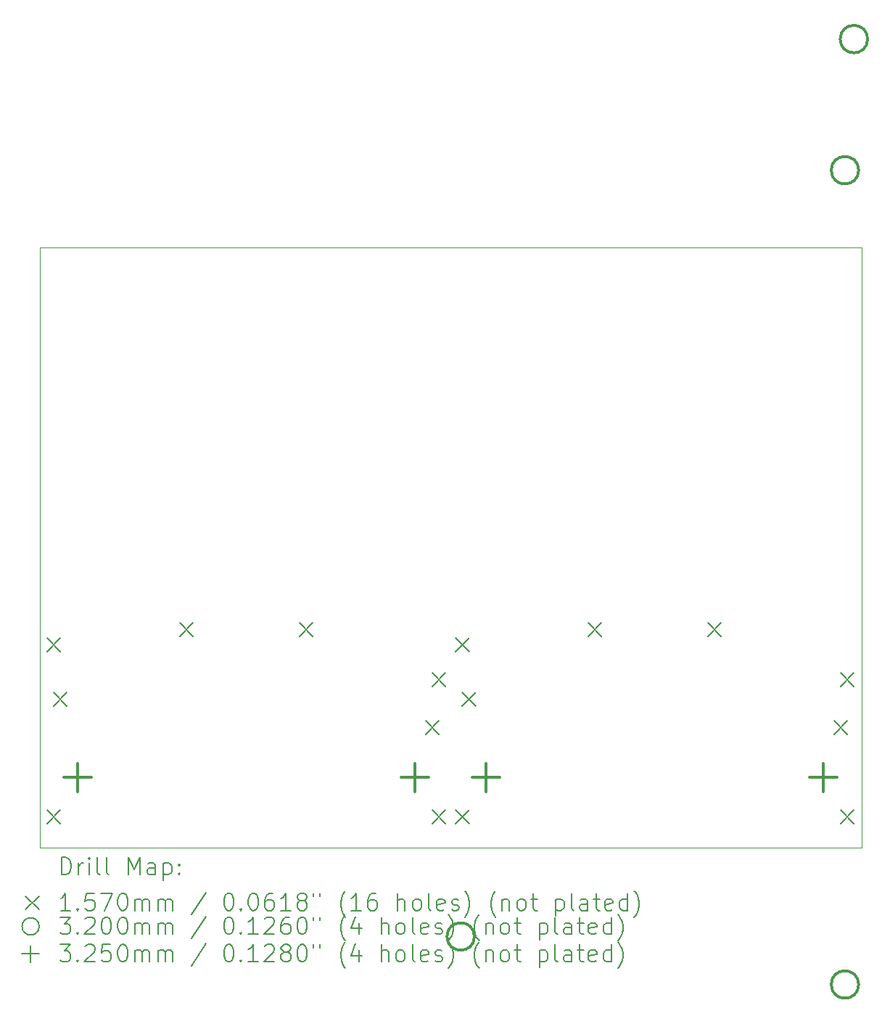
<source format=gbr>
%TF.GenerationSoftware,KiCad,Pcbnew,9.0.0*%
%TF.CreationDate,2025-03-16T14:09:19-07:00*%
%TF.ProjectId,elan_interface,656c616e-5f69-46e7-9465-72666163652e,rev?*%
%TF.SameCoordinates,Original*%
%TF.FileFunction,Drillmap*%
%TF.FilePolarity,Positive*%
%FSLAX45Y45*%
G04 Gerber Fmt 4.5, Leading zero omitted, Abs format (unit mm)*
G04 Created by KiCad (PCBNEW 9.0.0) date 2025-03-16 14:09:19*
%MOMM*%
%LPD*%
G01*
G04 APERTURE LIST*
%ADD10C,0.100000*%
%ADD11C,0.200000*%
%ADD12C,0.157000*%
%ADD13C,0.320000*%
%ADD14C,0.325000*%
G04 APERTURE END LIST*
D10*
X10600000Y-4500000D02*
X20200000Y-4500000D01*
X20200000Y-11500000D01*
X10600000Y-11500000D01*
X10600000Y-4500000D01*
D11*
D12*
X10686000Y-9057500D02*
X10843000Y-9214500D01*
X10843000Y-9057500D02*
X10686000Y-9214500D01*
X10686000Y-11063500D02*
X10843000Y-11220500D01*
X10843000Y-11063500D02*
X10686000Y-11220500D01*
X10762000Y-9692500D02*
X10919000Y-9849500D01*
X10919000Y-9692500D02*
X10762000Y-9849500D01*
X12235000Y-8879500D02*
X12392000Y-9036500D01*
X12392000Y-8879500D02*
X12235000Y-9036500D01*
X13632000Y-8879500D02*
X13789000Y-9036500D01*
X13789000Y-8879500D02*
X13632000Y-9036500D01*
X15105000Y-10022500D02*
X15262000Y-10179500D01*
X15262000Y-10022500D02*
X15105000Y-10179500D01*
X15181000Y-9463500D02*
X15338000Y-9620500D01*
X15338000Y-9463500D02*
X15181000Y-9620500D01*
X15181000Y-11063500D02*
X15338000Y-11220500D01*
X15338000Y-11063500D02*
X15181000Y-11220500D01*
X15454500Y-9057500D02*
X15611500Y-9214500D01*
X15611500Y-9057500D02*
X15454500Y-9214500D01*
X15454500Y-11063500D02*
X15611500Y-11220500D01*
X15611500Y-11063500D02*
X15454500Y-11220500D01*
X15530500Y-9692500D02*
X15687500Y-9849500D01*
X15687500Y-9692500D02*
X15530500Y-9849500D01*
X17003500Y-8879500D02*
X17160500Y-9036500D01*
X17160500Y-8879500D02*
X17003500Y-9036500D01*
X18400500Y-8879500D02*
X18557500Y-9036500D01*
X18557500Y-8879500D02*
X18400500Y-9036500D01*
X19873500Y-10022500D02*
X20030500Y-10179500D01*
X20030500Y-10022500D02*
X19873500Y-10179500D01*
X19949500Y-9463500D02*
X20106500Y-9620500D01*
X20106500Y-9463500D02*
X19949500Y-9620500D01*
X19949500Y-11063500D02*
X20106500Y-11220500D01*
X20106500Y-11063500D02*
X19949500Y-11220500D01*
D13*
X15675000Y-12540000D02*
G75*
G02*
X15355000Y-12540000I-160000J0D01*
G01*
X15355000Y-12540000D02*
G75*
G02*
X15675000Y-12540000I160000J0D01*
G01*
X20160000Y-3600000D02*
G75*
G02*
X19840000Y-3600000I-160000J0D01*
G01*
X19840000Y-3600000D02*
G75*
G02*
X20160000Y-3600000I160000J0D01*
G01*
X20160000Y-13100000D02*
G75*
G02*
X19840000Y-13100000I-160000J0D01*
G01*
X19840000Y-13100000D02*
G75*
G02*
X20160000Y-13100000I160000J0D01*
G01*
X20265000Y-2070000D02*
G75*
G02*
X19945000Y-2070000I-160000J0D01*
G01*
X19945000Y-2070000D02*
G75*
G02*
X20265000Y-2070000I160000J0D01*
G01*
D14*
X11043500Y-10522500D02*
X11043500Y-10847500D01*
X10881000Y-10685000D02*
X11206000Y-10685000D01*
X14980500Y-10522500D02*
X14980500Y-10847500D01*
X14818000Y-10685000D02*
X15143000Y-10685000D01*
X15812000Y-10522500D02*
X15812000Y-10847500D01*
X15649500Y-10685000D02*
X15974500Y-10685000D01*
X19749000Y-10522500D02*
X19749000Y-10847500D01*
X19586500Y-10685000D02*
X19911500Y-10685000D01*
D11*
X10855777Y-11816484D02*
X10855777Y-11616484D01*
X10855777Y-11616484D02*
X10903396Y-11616484D01*
X10903396Y-11616484D02*
X10931967Y-11626008D01*
X10931967Y-11626008D02*
X10951015Y-11645055D01*
X10951015Y-11645055D02*
X10960539Y-11664103D01*
X10960539Y-11664103D02*
X10970063Y-11702198D01*
X10970063Y-11702198D02*
X10970063Y-11730769D01*
X10970063Y-11730769D02*
X10960539Y-11768865D01*
X10960539Y-11768865D02*
X10951015Y-11787912D01*
X10951015Y-11787912D02*
X10931967Y-11806960D01*
X10931967Y-11806960D02*
X10903396Y-11816484D01*
X10903396Y-11816484D02*
X10855777Y-11816484D01*
X11055777Y-11816484D02*
X11055777Y-11683150D01*
X11055777Y-11721246D02*
X11065301Y-11702198D01*
X11065301Y-11702198D02*
X11074824Y-11692674D01*
X11074824Y-11692674D02*
X11093872Y-11683150D01*
X11093872Y-11683150D02*
X11112920Y-11683150D01*
X11179586Y-11816484D02*
X11179586Y-11683150D01*
X11179586Y-11616484D02*
X11170063Y-11626008D01*
X11170063Y-11626008D02*
X11179586Y-11635531D01*
X11179586Y-11635531D02*
X11189110Y-11626008D01*
X11189110Y-11626008D02*
X11179586Y-11616484D01*
X11179586Y-11616484D02*
X11179586Y-11635531D01*
X11303396Y-11816484D02*
X11284348Y-11806960D01*
X11284348Y-11806960D02*
X11274824Y-11787912D01*
X11274824Y-11787912D02*
X11274824Y-11616484D01*
X11408158Y-11816484D02*
X11389110Y-11806960D01*
X11389110Y-11806960D02*
X11379586Y-11787912D01*
X11379586Y-11787912D02*
X11379586Y-11616484D01*
X11636729Y-11816484D02*
X11636729Y-11616484D01*
X11636729Y-11616484D02*
X11703396Y-11759341D01*
X11703396Y-11759341D02*
X11770062Y-11616484D01*
X11770062Y-11616484D02*
X11770062Y-11816484D01*
X11951015Y-11816484D02*
X11951015Y-11711722D01*
X11951015Y-11711722D02*
X11941491Y-11692674D01*
X11941491Y-11692674D02*
X11922443Y-11683150D01*
X11922443Y-11683150D02*
X11884348Y-11683150D01*
X11884348Y-11683150D02*
X11865301Y-11692674D01*
X11951015Y-11806960D02*
X11931967Y-11816484D01*
X11931967Y-11816484D02*
X11884348Y-11816484D01*
X11884348Y-11816484D02*
X11865301Y-11806960D01*
X11865301Y-11806960D02*
X11855777Y-11787912D01*
X11855777Y-11787912D02*
X11855777Y-11768865D01*
X11855777Y-11768865D02*
X11865301Y-11749817D01*
X11865301Y-11749817D02*
X11884348Y-11740293D01*
X11884348Y-11740293D02*
X11931967Y-11740293D01*
X11931967Y-11740293D02*
X11951015Y-11730769D01*
X12046253Y-11683150D02*
X12046253Y-11883150D01*
X12046253Y-11692674D02*
X12065301Y-11683150D01*
X12065301Y-11683150D02*
X12103396Y-11683150D01*
X12103396Y-11683150D02*
X12122443Y-11692674D01*
X12122443Y-11692674D02*
X12131967Y-11702198D01*
X12131967Y-11702198D02*
X12141491Y-11721246D01*
X12141491Y-11721246D02*
X12141491Y-11778388D01*
X12141491Y-11778388D02*
X12131967Y-11797436D01*
X12131967Y-11797436D02*
X12122443Y-11806960D01*
X12122443Y-11806960D02*
X12103396Y-11816484D01*
X12103396Y-11816484D02*
X12065301Y-11816484D01*
X12065301Y-11816484D02*
X12046253Y-11806960D01*
X12227205Y-11797436D02*
X12236729Y-11806960D01*
X12236729Y-11806960D02*
X12227205Y-11816484D01*
X12227205Y-11816484D02*
X12217682Y-11806960D01*
X12217682Y-11806960D02*
X12227205Y-11797436D01*
X12227205Y-11797436D02*
X12227205Y-11816484D01*
X12227205Y-11692674D02*
X12236729Y-11702198D01*
X12236729Y-11702198D02*
X12227205Y-11711722D01*
X12227205Y-11711722D02*
X12217682Y-11702198D01*
X12217682Y-11702198D02*
X12227205Y-11692674D01*
X12227205Y-11692674D02*
X12227205Y-11711722D01*
D12*
X10438000Y-12066500D02*
X10595000Y-12223500D01*
X10595000Y-12066500D02*
X10438000Y-12223500D01*
D11*
X10960539Y-12236484D02*
X10846253Y-12236484D01*
X10903396Y-12236484D02*
X10903396Y-12036484D01*
X10903396Y-12036484D02*
X10884348Y-12065055D01*
X10884348Y-12065055D02*
X10865301Y-12084103D01*
X10865301Y-12084103D02*
X10846253Y-12093627D01*
X11046253Y-12217436D02*
X11055777Y-12226960D01*
X11055777Y-12226960D02*
X11046253Y-12236484D01*
X11046253Y-12236484D02*
X11036729Y-12226960D01*
X11036729Y-12226960D02*
X11046253Y-12217436D01*
X11046253Y-12217436D02*
X11046253Y-12236484D01*
X11236729Y-12036484D02*
X11141491Y-12036484D01*
X11141491Y-12036484D02*
X11131967Y-12131722D01*
X11131967Y-12131722D02*
X11141491Y-12122198D01*
X11141491Y-12122198D02*
X11160539Y-12112674D01*
X11160539Y-12112674D02*
X11208158Y-12112674D01*
X11208158Y-12112674D02*
X11227205Y-12122198D01*
X11227205Y-12122198D02*
X11236729Y-12131722D01*
X11236729Y-12131722D02*
X11246253Y-12150769D01*
X11246253Y-12150769D02*
X11246253Y-12198388D01*
X11246253Y-12198388D02*
X11236729Y-12217436D01*
X11236729Y-12217436D02*
X11227205Y-12226960D01*
X11227205Y-12226960D02*
X11208158Y-12236484D01*
X11208158Y-12236484D02*
X11160539Y-12236484D01*
X11160539Y-12236484D02*
X11141491Y-12226960D01*
X11141491Y-12226960D02*
X11131967Y-12217436D01*
X11312920Y-12036484D02*
X11446253Y-12036484D01*
X11446253Y-12036484D02*
X11360539Y-12236484D01*
X11560539Y-12036484D02*
X11579586Y-12036484D01*
X11579586Y-12036484D02*
X11598634Y-12046008D01*
X11598634Y-12046008D02*
X11608158Y-12055531D01*
X11608158Y-12055531D02*
X11617682Y-12074579D01*
X11617682Y-12074579D02*
X11627205Y-12112674D01*
X11627205Y-12112674D02*
X11627205Y-12160293D01*
X11627205Y-12160293D02*
X11617682Y-12198388D01*
X11617682Y-12198388D02*
X11608158Y-12217436D01*
X11608158Y-12217436D02*
X11598634Y-12226960D01*
X11598634Y-12226960D02*
X11579586Y-12236484D01*
X11579586Y-12236484D02*
X11560539Y-12236484D01*
X11560539Y-12236484D02*
X11541491Y-12226960D01*
X11541491Y-12226960D02*
X11531967Y-12217436D01*
X11531967Y-12217436D02*
X11522443Y-12198388D01*
X11522443Y-12198388D02*
X11512920Y-12160293D01*
X11512920Y-12160293D02*
X11512920Y-12112674D01*
X11512920Y-12112674D02*
X11522443Y-12074579D01*
X11522443Y-12074579D02*
X11531967Y-12055531D01*
X11531967Y-12055531D02*
X11541491Y-12046008D01*
X11541491Y-12046008D02*
X11560539Y-12036484D01*
X11712920Y-12236484D02*
X11712920Y-12103150D01*
X11712920Y-12122198D02*
X11722443Y-12112674D01*
X11722443Y-12112674D02*
X11741491Y-12103150D01*
X11741491Y-12103150D02*
X11770063Y-12103150D01*
X11770063Y-12103150D02*
X11789110Y-12112674D01*
X11789110Y-12112674D02*
X11798634Y-12131722D01*
X11798634Y-12131722D02*
X11798634Y-12236484D01*
X11798634Y-12131722D02*
X11808158Y-12112674D01*
X11808158Y-12112674D02*
X11827205Y-12103150D01*
X11827205Y-12103150D02*
X11855777Y-12103150D01*
X11855777Y-12103150D02*
X11874824Y-12112674D01*
X11874824Y-12112674D02*
X11884348Y-12131722D01*
X11884348Y-12131722D02*
X11884348Y-12236484D01*
X11979586Y-12236484D02*
X11979586Y-12103150D01*
X11979586Y-12122198D02*
X11989110Y-12112674D01*
X11989110Y-12112674D02*
X12008158Y-12103150D01*
X12008158Y-12103150D02*
X12036729Y-12103150D01*
X12036729Y-12103150D02*
X12055777Y-12112674D01*
X12055777Y-12112674D02*
X12065301Y-12131722D01*
X12065301Y-12131722D02*
X12065301Y-12236484D01*
X12065301Y-12131722D02*
X12074824Y-12112674D01*
X12074824Y-12112674D02*
X12093872Y-12103150D01*
X12093872Y-12103150D02*
X12122443Y-12103150D01*
X12122443Y-12103150D02*
X12141491Y-12112674D01*
X12141491Y-12112674D02*
X12151015Y-12131722D01*
X12151015Y-12131722D02*
X12151015Y-12236484D01*
X12541491Y-12026960D02*
X12370063Y-12284103D01*
X12798634Y-12036484D02*
X12817682Y-12036484D01*
X12817682Y-12036484D02*
X12836729Y-12046008D01*
X12836729Y-12046008D02*
X12846253Y-12055531D01*
X12846253Y-12055531D02*
X12855777Y-12074579D01*
X12855777Y-12074579D02*
X12865301Y-12112674D01*
X12865301Y-12112674D02*
X12865301Y-12160293D01*
X12865301Y-12160293D02*
X12855777Y-12198388D01*
X12855777Y-12198388D02*
X12846253Y-12217436D01*
X12846253Y-12217436D02*
X12836729Y-12226960D01*
X12836729Y-12226960D02*
X12817682Y-12236484D01*
X12817682Y-12236484D02*
X12798634Y-12236484D01*
X12798634Y-12236484D02*
X12779586Y-12226960D01*
X12779586Y-12226960D02*
X12770063Y-12217436D01*
X12770063Y-12217436D02*
X12760539Y-12198388D01*
X12760539Y-12198388D02*
X12751015Y-12160293D01*
X12751015Y-12160293D02*
X12751015Y-12112674D01*
X12751015Y-12112674D02*
X12760539Y-12074579D01*
X12760539Y-12074579D02*
X12770063Y-12055531D01*
X12770063Y-12055531D02*
X12779586Y-12046008D01*
X12779586Y-12046008D02*
X12798634Y-12036484D01*
X12951015Y-12217436D02*
X12960539Y-12226960D01*
X12960539Y-12226960D02*
X12951015Y-12236484D01*
X12951015Y-12236484D02*
X12941491Y-12226960D01*
X12941491Y-12226960D02*
X12951015Y-12217436D01*
X12951015Y-12217436D02*
X12951015Y-12236484D01*
X13084348Y-12036484D02*
X13103396Y-12036484D01*
X13103396Y-12036484D02*
X13122444Y-12046008D01*
X13122444Y-12046008D02*
X13131967Y-12055531D01*
X13131967Y-12055531D02*
X13141491Y-12074579D01*
X13141491Y-12074579D02*
X13151015Y-12112674D01*
X13151015Y-12112674D02*
X13151015Y-12160293D01*
X13151015Y-12160293D02*
X13141491Y-12198388D01*
X13141491Y-12198388D02*
X13131967Y-12217436D01*
X13131967Y-12217436D02*
X13122444Y-12226960D01*
X13122444Y-12226960D02*
X13103396Y-12236484D01*
X13103396Y-12236484D02*
X13084348Y-12236484D01*
X13084348Y-12236484D02*
X13065301Y-12226960D01*
X13065301Y-12226960D02*
X13055777Y-12217436D01*
X13055777Y-12217436D02*
X13046253Y-12198388D01*
X13046253Y-12198388D02*
X13036729Y-12160293D01*
X13036729Y-12160293D02*
X13036729Y-12112674D01*
X13036729Y-12112674D02*
X13046253Y-12074579D01*
X13046253Y-12074579D02*
X13055777Y-12055531D01*
X13055777Y-12055531D02*
X13065301Y-12046008D01*
X13065301Y-12046008D02*
X13084348Y-12036484D01*
X13322444Y-12036484D02*
X13284348Y-12036484D01*
X13284348Y-12036484D02*
X13265301Y-12046008D01*
X13265301Y-12046008D02*
X13255777Y-12055531D01*
X13255777Y-12055531D02*
X13236729Y-12084103D01*
X13236729Y-12084103D02*
X13227206Y-12122198D01*
X13227206Y-12122198D02*
X13227206Y-12198388D01*
X13227206Y-12198388D02*
X13236729Y-12217436D01*
X13236729Y-12217436D02*
X13246253Y-12226960D01*
X13246253Y-12226960D02*
X13265301Y-12236484D01*
X13265301Y-12236484D02*
X13303396Y-12236484D01*
X13303396Y-12236484D02*
X13322444Y-12226960D01*
X13322444Y-12226960D02*
X13331967Y-12217436D01*
X13331967Y-12217436D02*
X13341491Y-12198388D01*
X13341491Y-12198388D02*
X13341491Y-12150769D01*
X13341491Y-12150769D02*
X13331967Y-12131722D01*
X13331967Y-12131722D02*
X13322444Y-12122198D01*
X13322444Y-12122198D02*
X13303396Y-12112674D01*
X13303396Y-12112674D02*
X13265301Y-12112674D01*
X13265301Y-12112674D02*
X13246253Y-12122198D01*
X13246253Y-12122198D02*
X13236729Y-12131722D01*
X13236729Y-12131722D02*
X13227206Y-12150769D01*
X13531967Y-12236484D02*
X13417682Y-12236484D01*
X13474825Y-12236484D02*
X13474825Y-12036484D01*
X13474825Y-12036484D02*
X13455777Y-12065055D01*
X13455777Y-12065055D02*
X13436729Y-12084103D01*
X13436729Y-12084103D02*
X13417682Y-12093627D01*
X13646253Y-12122198D02*
X13627206Y-12112674D01*
X13627206Y-12112674D02*
X13617682Y-12103150D01*
X13617682Y-12103150D02*
X13608158Y-12084103D01*
X13608158Y-12084103D02*
X13608158Y-12074579D01*
X13608158Y-12074579D02*
X13617682Y-12055531D01*
X13617682Y-12055531D02*
X13627206Y-12046008D01*
X13627206Y-12046008D02*
X13646253Y-12036484D01*
X13646253Y-12036484D02*
X13684348Y-12036484D01*
X13684348Y-12036484D02*
X13703396Y-12046008D01*
X13703396Y-12046008D02*
X13712920Y-12055531D01*
X13712920Y-12055531D02*
X13722444Y-12074579D01*
X13722444Y-12074579D02*
X13722444Y-12084103D01*
X13722444Y-12084103D02*
X13712920Y-12103150D01*
X13712920Y-12103150D02*
X13703396Y-12112674D01*
X13703396Y-12112674D02*
X13684348Y-12122198D01*
X13684348Y-12122198D02*
X13646253Y-12122198D01*
X13646253Y-12122198D02*
X13627206Y-12131722D01*
X13627206Y-12131722D02*
X13617682Y-12141246D01*
X13617682Y-12141246D02*
X13608158Y-12160293D01*
X13608158Y-12160293D02*
X13608158Y-12198388D01*
X13608158Y-12198388D02*
X13617682Y-12217436D01*
X13617682Y-12217436D02*
X13627206Y-12226960D01*
X13627206Y-12226960D02*
X13646253Y-12236484D01*
X13646253Y-12236484D02*
X13684348Y-12236484D01*
X13684348Y-12236484D02*
X13703396Y-12226960D01*
X13703396Y-12226960D02*
X13712920Y-12217436D01*
X13712920Y-12217436D02*
X13722444Y-12198388D01*
X13722444Y-12198388D02*
X13722444Y-12160293D01*
X13722444Y-12160293D02*
X13712920Y-12141246D01*
X13712920Y-12141246D02*
X13703396Y-12131722D01*
X13703396Y-12131722D02*
X13684348Y-12122198D01*
X13798634Y-12036484D02*
X13798634Y-12074579D01*
X13874825Y-12036484D02*
X13874825Y-12074579D01*
X14170063Y-12312674D02*
X14160539Y-12303150D01*
X14160539Y-12303150D02*
X14141491Y-12274579D01*
X14141491Y-12274579D02*
X14131968Y-12255531D01*
X14131968Y-12255531D02*
X14122444Y-12226960D01*
X14122444Y-12226960D02*
X14112920Y-12179341D01*
X14112920Y-12179341D02*
X14112920Y-12141246D01*
X14112920Y-12141246D02*
X14122444Y-12093627D01*
X14122444Y-12093627D02*
X14131968Y-12065055D01*
X14131968Y-12065055D02*
X14141491Y-12046008D01*
X14141491Y-12046008D02*
X14160539Y-12017436D01*
X14160539Y-12017436D02*
X14170063Y-12007912D01*
X14351015Y-12236484D02*
X14236729Y-12236484D01*
X14293872Y-12236484D02*
X14293872Y-12036484D01*
X14293872Y-12036484D02*
X14274825Y-12065055D01*
X14274825Y-12065055D02*
X14255777Y-12084103D01*
X14255777Y-12084103D02*
X14236729Y-12093627D01*
X14522444Y-12036484D02*
X14484348Y-12036484D01*
X14484348Y-12036484D02*
X14465301Y-12046008D01*
X14465301Y-12046008D02*
X14455777Y-12055531D01*
X14455777Y-12055531D02*
X14436729Y-12084103D01*
X14436729Y-12084103D02*
X14427206Y-12122198D01*
X14427206Y-12122198D02*
X14427206Y-12198388D01*
X14427206Y-12198388D02*
X14436729Y-12217436D01*
X14436729Y-12217436D02*
X14446253Y-12226960D01*
X14446253Y-12226960D02*
X14465301Y-12236484D01*
X14465301Y-12236484D02*
X14503396Y-12236484D01*
X14503396Y-12236484D02*
X14522444Y-12226960D01*
X14522444Y-12226960D02*
X14531968Y-12217436D01*
X14531968Y-12217436D02*
X14541491Y-12198388D01*
X14541491Y-12198388D02*
X14541491Y-12150769D01*
X14541491Y-12150769D02*
X14531968Y-12131722D01*
X14531968Y-12131722D02*
X14522444Y-12122198D01*
X14522444Y-12122198D02*
X14503396Y-12112674D01*
X14503396Y-12112674D02*
X14465301Y-12112674D01*
X14465301Y-12112674D02*
X14446253Y-12122198D01*
X14446253Y-12122198D02*
X14436729Y-12131722D01*
X14436729Y-12131722D02*
X14427206Y-12150769D01*
X14779587Y-12236484D02*
X14779587Y-12036484D01*
X14865301Y-12236484D02*
X14865301Y-12131722D01*
X14865301Y-12131722D02*
X14855777Y-12112674D01*
X14855777Y-12112674D02*
X14836730Y-12103150D01*
X14836730Y-12103150D02*
X14808158Y-12103150D01*
X14808158Y-12103150D02*
X14789110Y-12112674D01*
X14789110Y-12112674D02*
X14779587Y-12122198D01*
X14989110Y-12236484D02*
X14970063Y-12226960D01*
X14970063Y-12226960D02*
X14960539Y-12217436D01*
X14960539Y-12217436D02*
X14951015Y-12198388D01*
X14951015Y-12198388D02*
X14951015Y-12141246D01*
X14951015Y-12141246D02*
X14960539Y-12122198D01*
X14960539Y-12122198D02*
X14970063Y-12112674D01*
X14970063Y-12112674D02*
X14989110Y-12103150D01*
X14989110Y-12103150D02*
X15017682Y-12103150D01*
X15017682Y-12103150D02*
X15036730Y-12112674D01*
X15036730Y-12112674D02*
X15046253Y-12122198D01*
X15046253Y-12122198D02*
X15055777Y-12141246D01*
X15055777Y-12141246D02*
X15055777Y-12198388D01*
X15055777Y-12198388D02*
X15046253Y-12217436D01*
X15046253Y-12217436D02*
X15036730Y-12226960D01*
X15036730Y-12226960D02*
X15017682Y-12236484D01*
X15017682Y-12236484D02*
X14989110Y-12236484D01*
X15170063Y-12236484D02*
X15151015Y-12226960D01*
X15151015Y-12226960D02*
X15141491Y-12207912D01*
X15141491Y-12207912D02*
X15141491Y-12036484D01*
X15322444Y-12226960D02*
X15303396Y-12236484D01*
X15303396Y-12236484D02*
X15265301Y-12236484D01*
X15265301Y-12236484D02*
X15246253Y-12226960D01*
X15246253Y-12226960D02*
X15236730Y-12207912D01*
X15236730Y-12207912D02*
X15236730Y-12131722D01*
X15236730Y-12131722D02*
X15246253Y-12112674D01*
X15246253Y-12112674D02*
X15265301Y-12103150D01*
X15265301Y-12103150D02*
X15303396Y-12103150D01*
X15303396Y-12103150D02*
X15322444Y-12112674D01*
X15322444Y-12112674D02*
X15331968Y-12131722D01*
X15331968Y-12131722D02*
X15331968Y-12150769D01*
X15331968Y-12150769D02*
X15236730Y-12169817D01*
X15408158Y-12226960D02*
X15427206Y-12236484D01*
X15427206Y-12236484D02*
X15465301Y-12236484D01*
X15465301Y-12236484D02*
X15484349Y-12226960D01*
X15484349Y-12226960D02*
X15493872Y-12207912D01*
X15493872Y-12207912D02*
X15493872Y-12198388D01*
X15493872Y-12198388D02*
X15484349Y-12179341D01*
X15484349Y-12179341D02*
X15465301Y-12169817D01*
X15465301Y-12169817D02*
X15436730Y-12169817D01*
X15436730Y-12169817D02*
X15417682Y-12160293D01*
X15417682Y-12160293D02*
X15408158Y-12141246D01*
X15408158Y-12141246D02*
X15408158Y-12131722D01*
X15408158Y-12131722D02*
X15417682Y-12112674D01*
X15417682Y-12112674D02*
X15436730Y-12103150D01*
X15436730Y-12103150D02*
X15465301Y-12103150D01*
X15465301Y-12103150D02*
X15484349Y-12112674D01*
X15560539Y-12312674D02*
X15570063Y-12303150D01*
X15570063Y-12303150D02*
X15589111Y-12274579D01*
X15589111Y-12274579D02*
X15598634Y-12255531D01*
X15598634Y-12255531D02*
X15608158Y-12226960D01*
X15608158Y-12226960D02*
X15617682Y-12179341D01*
X15617682Y-12179341D02*
X15617682Y-12141246D01*
X15617682Y-12141246D02*
X15608158Y-12093627D01*
X15608158Y-12093627D02*
X15598634Y-12065055D01*
X15598634Y-12065055D02*
X15589111Y-12046008D01*
X15589111Y-12046008D02*
X15570063Y-12017436D01*
X15570063Y-12017436D02*
X15560539Y-12007912D01*
X15922444Y-12312674D02*
X15912920Y-12303150D01*
X15912920Y-12303150D02*
X15893872Y-12274579D01*
X15893872Y-12274579D02*
X15884349Y-12255531D01*
X15884349Y-12255531D02*
X15874825Y-12226960D01*
X15874825Y-12226960D02*
X15865301Y-12179341D01*
X15865301Y-12179341D02*
X15865301Y-12141246D01*
X15865301Y-12141246D02*
X15874825Y-12093627D01*
X15874825Y-12093627D02*
X15884349Y-12065055D01*
X15884349Y-12065055D02*
X15893872Y-12046008D01*
X15893872Y-12046008D02*
X15912920Y-12017436D01*
X15912920Y-12017436D02*
X15922444Y-12007912D01*
X15998634Y-12103150D02*
X15998634Y-12236484D01*
X15998634Y-12122198D02*
X16008158Y-12112674D01*
X16008158Y-12112674D02*
X16027206Y-12103150D01*
X16027206Y-12103150D02*
X16055777Y-12103150D01*
X16055777Y-12103150D02*
X16074825Y-12112674D01*
X16074825Y-12112674D02*
X16084349Y-12131722D01*
X16084349Y-12131722D02*
X16084349Y-12236484D01*
X16208158Y-12236484D02*
X16189111Y-12226960D01*
X16189111Y-12226960D02*
X16179587Y-12217436D01*
X16179587Y-12217436D02*
X16170063Y-12198388D01*
X16170063Y-12198388D02*
X16170063Y-12141246D01*
X16170063Y-12141246D02*
X16179587Y-12122198D01*
X16179587Y-12122198D02*
X16189111Y-12112674D01*
X16189111Y-12112674D02*
X16208158Y-12103150D01*
X16208158Y-12103150D02*
X16236730Y-12103150D01*
X16236730Y-12103150D02*
X16255777Y-12112674D01*
X16255777Y-12112674D02*
X16265301Y-12122198D01*
X16265301Y-12122198D02*
X16274825Y-12141246D01*
X16274825Y-12141246D02*
X16274825Y-12198388D01*
X16274825Y-12198388D02*
X16265301Y-12217436D01*
X16265301Y-12217436D02*
X16255777Y-12226960D01*
X16255777Y-12226960D02*
X16236730Y-12236484D01*
X16236730Y-12236484D02*
X16208158Y-12236484D01*
X16331968Y-12103150D02*
X16408158Y-12103150D01*
X16360539Y-12036484D02*
X16360539Y-12207912D01*
X16360539Y-12207912D02*
X16370063Y-12226960D01*
X16370063Y-12226960D02*
X16389111Y-12236484D01*
X16389111Y-12236484D02*
X16408158Y-12236484D01*
X16627206Y-12103150D02*
X16627206Y-12303150D01*
X16627206Y-12112674D02*
X16646253Y-12103150D01*
X16646253Y-12103150D02*
X16684349Y-12103150D01*
X16684349Y-12103150D02*
X16703396Y-12112674D01*
X16703396Y-12112674D02*
X16712920Y-12122198D01*
X16712920Y-12122198D02*
X16722444Y-12141246D01*
X16722444Y-12141246D02*
X16722444Y-12198388D01*
X16722444Y-12198388D02*
X16712920Y-12217436D01*
X16712920Y-12217436D02*
X16703396Y-12226960D01*
X16703396Y-12226960D02*
X16684349Y-12236484D01*
X16684349Y-12236484D02*
X16646253Y-12236484D01*
X16646253Y-12236484D02*
X16627206Y-12226960D01*
X16836730Y-12236484D02*
X16817682Y-12226960D01*
X16817682Y-12226960D02*
X16808158Y-12207912D01*
X16808158Y-12207912D02*
X16808158Y-12036484D01*
X16998635Y-12236484D02*
X16998635Y-12131722D01*
X16998635Y-12131722D02*
X16989111Y-12112674D01*
X16989111Y-12112674D02*
X16970063Y-12103150D01*
X16970063Y-12103150D02*
X16931968Y-12103150D01*
X16931968Y-12103150D02*
X16912920Y-12112674D01*
X16998635Y-12226960D02*
X16979587Y-12236484D01*
X16979587Y-12236484D02*
X16931968Y-12236484D01*
X16931968Y-12236484D02*
X16912920Y-12226960D01*
X16912920Y-12226960D02*
X16903396Y-12207912D01*
X16903396Y-12207912D02*
X16903396Y-12188865D01*
X16903396Y-12188865D02*
X16912920Y-12169817D01*
X16912920Y-12169817D02*
X16931968Y-12160293D01*
X16931968Y-12160293D02*
X16979587Y-12160293D01*
X16979587Y-12160293D02*
X16998635Y-12150769D01*
X17065301Y-12103150D02*
X17141492Y-12103150D01*
X17093873Y-12036484D02*
X17093873Y-12207912D01*
X17093873Y-12207912D02*
X17103396Y-12226960D01*
X17103396Y-12226960D02*
X17122444Y-12236484D01*
X17122444Y-12236484D02*
X17141492Y-12236484D01*
X17284349Y-12226960D02*
X17265301Y-12236484D01*
X17265301Y-12236484D02*
X17227206Y-12236484D01*
X17227206Y-12236484D02*
X17208158Y-12226960D01*
X17208158Y-12226960D02*
X17198635Y-12207912D01*
X17198635Y-12207912D02*
X17198635Y-12131722D01*
X17198635Y-12131722D02*
X17208158Y-12112674D01*
X17208158Y-12112674D02*
X17227206Y-12103150D01*
X17227206Y-12103150D02*
X17265301Y-12103150D01*
X17265301Y-12103150D02*
X17284349Y-12112674D01*
X17284349Y-12112674D02*
X17293873Y-12131722D01*
X17293873Y-12131722D02*
X17293873Y-12150769D01*
X17293873Y-12150769D02*
X17198635Y-12169817D01*
X17465301Y-12236484D02*
X17465301Y-12036484D01*
X17465301Y-12226960D02*
X17446254Y-12236484D01*
X17446254Y-12236484D02*
X17408158Y-12236484D01*
X17408158Y-12236484D02*
X17389111Y-12226960D01*
X17389111Y-12226960D02*
X17379587Y-12217436D01*
X17379587Y-12217436D02*
X17370063Y-12198388D01*
X17370063Y-12198388D02*
X17370063Y-12141246D01*
X17370063Y-12141246D02*
X17379587Y-12122198D01*
X17379587Y-12122198D02*
X17389111Y-12112674D01*
X17389111Y-12112674D02*
X17408158Y-12103150D01*
X17408158Y-12103150D02*
X17446254Y-12103150D01*
X17446254Y-12103150D02*
X17465301Y-12112674D01*
X17541492Y-12312674D02*
X17551016Y-12303150D01*
X17551016Y-12303150D02*
X17570063Y-12274579D01*
X17570063Y-12274579D02*
X17579587Y-12255531D01*
X17579587Y-12255531D02*
X17589111Y-12226960D01*
X17589111Y-12226960D02*
X17598635Y-12179341D01*
X17598635Y-12179341D02*
X17598635Y-12141246D01*
X17598635Y-12141246D02*
X17589111Y-12093627D01*
X17589111Y-12093627D02*
X17579587Y-12065055D01*
X17579587Y-12065055D02*
X17570063Y-12046008D01*
X17570063Y-12046008D02*
X17551016Y-12017436D01*
X17551016Y-12017436D02*
X17541492Y-12007912D01*
X10595000Y-12422000D02*
G75*
G02*
X10395000Y-12422000I-100000J0D01*
G01*
X10395000Y-12422000D02*
G75*
G02*
X10595000Y-12422000I100000J0D01*
G01*
X10836729Y-12313484D02*
X10960539Y-12313484D01*
X10960539Y-12313484D02*
X10893872Y-12389674D01*
X10893872Y-12389674D02*
X10922444Y-12389674D01*
X10922444Y-12389674D02*
X10941491Y-12399198D01*
X10941491Y-12399198D02*
X10951015Y-12408722D01*
X10951015Y-12408722D02*
X10960539Y-12427769D01*
X10960539Y-12427769D02*
X10960539Y-12475388D01*
X10960539Y-12475388D02*
X10951015Y-12494436D01*
X10951015Y-12494436D02*
X10941491Y-12503960D01*
X10941491Y-12503960D02*
X10922444Y-12513484D01*
X10922444Y-12513484D02*
X10865301Y-12513484D01*
X10865301Y-12513484D02*
X10846253Y-12503960D01*
X10846253Y-12503960D02*
X10836729Y-12494436D01*
X11046253Y-12494436D02*
X11055777Y-12503960D01*
X11055777Y-12503960D02*
X11046253Y-12513484D01*
X11046253Y-12513484D02*
X11036729Y-12503960D01*
X11036729Y-12503960D02*
X11046253Y-12494436D01*
X11046253Y-12494436D02*
X11046253Y-12513484D01*
X11131967Y-12332531D02*
X11141491Y-12323008D01*
X11141491Y-12323008D02*
X11160539Y-12313484D01*
X11160539Y-12313484D02*
X11208158Y-12313484D01*
X11208158Y-12313484D02*
X11227205Y-12323008D01*
X11227205Y-12323008D02*
X11236729Y-12332531D01*
X11236729Y-12332531D02*
X11246253Y-12351579D01*
X11246253Y-12351579D02*
X11246253Y-12370627D01*
X11246253Y-12370627D02*
X11236729Y-12399198D01*
X11236729Y-12399198D02*
X11122444Y-12513484D01*
X11122444Y-12513484D02*
X11246253Y-12513484D01*
X11370062Y-12313484D02*
X11389110Y-12313484D01*
X11389110Y-12313484D02*
X11408158Y-12323008D01*
X11408158Y-12323008D02*
X11417682Y-12332531D01*
X11417682Y-12332531D02*
X11427205Y-12351579D01*
X11427205Y-12351579D02*
X11436729Y-12389674D01*
X11436729Y-12389674D02*
X11436729Y-12437293D01*
X11436729Y-12437293D02*
X11427205Y-12475388D01*
X11427205Y-12475388D02*
X11417682Y-12494436D01*
X11417682Y-12494436D02*
X11408158Y-12503960D01*
X11408158Y-12503960D02*
X11389110Y-12513484D01*
X11389110Y-12513484D02*
X11370062Y-12513484D01*
X11370062Y-12513484D02*
X11351015Y-12503960D01*
X11351015Y-12503960D02*
X11341491Y-12494436D01*
X11341491Y-12494436D02*
X11331967Y-12475388D01*
X11331967Y-12475388D02*
X11322443Y-12437293D01*
X11322443Y-12437293D02*
X11322443Y-12389674D01*
X11322443Y-12389674D02*
X11331967Y-12351579D01*
X11331967Y-12351579D02*
X11341491Y-12332531D01*
X11341491Y-12332531D02*
X11351015Y-12323008D01*
X11351015Y-12323008D02*
X11370062Y-12313484D01*
X11560539Y-12313484D02*
X11579586Y-12313484D01*
X11579586Y-12313484D02*
X11598634Y-12323008D01*
X11598634Y-12323008D02*
X11608158Y-12332531D01*
X11608158Y-12332531D02*
X11617682Y-12351579D01*
X11617682Y-12351579D02*
X11627205Y-12389674D01*
X11627205Y-12389674D02*
X11627205Y-12437293D01*
X11627205Y-12437293D02*
X11617682Y-12475388D01*
X11617682Y-12475388D02*
X11608158Y-12494436D01*
X11608158Y-12494436D02*
X11598634Y-12503960D01*
X11598634Y-12503960D02*
X11579586Y-12513484D01*
X11579586Y-12513484D02*
X11560539Y-12513484D01*
X11560539Y-12513484D02*
X11541491Y-12503960D01*
X11541491Y-12503960D02*
X11531967Y-12494436D01*
X11531967Y-12494436D02*
X11522443Y-12475388D01*
X11522443Y-12475388D02*
X11512920Y-12437293D01*
X11512920Y-12437293D02*
X11512920Y-12389674D01*
X11512920Y-12389674D02*
X11522443Y-12351579D01*
X11522443Y-12351579D02*
X11531967Y-12332531D01*
X11531967Y-12332531D02*
X11541491Y-12323008D01*
X11541491Y-12323008D02*
X11560539Y-12313484D01*
X11712920Y-12513484D02*
X11712920Y-12380150D01*
X11712920Y-12399198D02*
X11722443Y-12389674D01*
X11722443Y-12389674D02*
X11741491Y-12380150D01*
X11741491Y-12380150D02*
X11770063Y-12380150D01*
X11770063Y-12380150D02*
X11789110Y-12389674D01*
X11789110Y-12389674D02*
X11798634Y-12408722D01*
X11798634Y-12408722D02*
X11798634Y-12513484D01*
X11798634Y-12408722D02*
X11808158Y-12389674D01*
X11808158Y-12389674D02*
X11827205Y-12380150D01*
X11827205Y-12380150D02*
X11855777Y-12380150D01*
X11855777Y-12380150D02*
X11874824Y-12389674D01*
X11874824Y-12389674D02*
X11884348Y-12408722D01*
X11884348Y-12408722D02*
X11884348Y-12513484D01*
X11979586Y-12513484D02*
X11979586Y-12380150D01*
X11979586Y-12399198D02*
X11989110Y-12389674D01*
X11989110Y-12389674D02*
X12008158Y-12380150D01*
X12008158Y-12380150D02*
X12036729Y-12380150D01*
X12036729Y-12380150D02*
X12055777Y-12389674D01*
X12055777Y-12389674D02*
X12065301Y-12408722D01*
X12065301Y-12408722D02*
X12065301Y-12513484D01*
X12065301Y-12408722D02*
X12074824Y-12389674D01*
X12074824Y-12389674D02*
X12093872Y-12380150D01*
X12093872Y-12380150D02*
X12122443Y-12380150D01*
X12122443Y-12380150D02*
X12141491Y-12389674D01*
X12141491Y-12389674D02*
X12151015Y-12408722D01*
X12151015Y-12408722D02*
X12151015Y-12513484D01*
X12541491Y-12303960D02*
X12370063Y-12561103D01*
X12798634Y-12313484D02*
X12817682Y-12313484D01*
X12817682Y-12313484D02*
X12836729Y-12323008D01*
X12836729Y-12323008D02*
X12846253Y-12332531D01*
X12846253Y-12332531D02*
X12855777Y-12351579D01*
X12855777Y-12351579D02*
X12865301Y-12389674D01*
X12865301Y-12389674D02*
X12865301Y-12437293D01*
X12865301Y-12437293D02*
X12855777Y-12475388D01*
X12855777Y-12475388D02*
X12846253Y-12494436D01*
X12846253Y-12494436D02*
X12836729Y-12503960D01*
X12836729Y-12503960D02*
X12817682Y-12513484D01*
X12817682Y-12513484D02*
X12798634Y-12513484D01*
X12798634Y-12513484D02*
X12779586Y-12503960D01*
X12779586Y-12503960D02*
X12770063Y-12494436D01*
X12770063Y-12494436D02*
X12760539Y-12475388D01*
X12760539Y-12475388D02*
X12751015Y-12437293D01*
X12751015Y-12437293D02*
X12751015Y-12389674D01*
X12751015Y-12389674D02*
X12760539Y-12351579D01*
X12760539Y-12351579D02*
X12770063Y-12332531D01*
X12770063Y-12332531D02*
X12779586Y-12323008D01*
X12779586Y-12323008D02*
X12798634Y-12313484D01*
X12951015Y-12494436D02*
X12960539Y-12503960D01*
X12960539Y-12503960D02*
X12951015Y-12513484D01*
X12951015Y-12513484D02*
X12941491Y-12503960D01*
X12941491Y-12503960D02*
X12951015Y-12494436D01*
X12951015Y-12494436D02*
X12951015Y-12513484D01*
X13151015Y-12513484D02*
X13036729Y-12513484D01*
X13093872Y-12513484D02*
X13093872Y-12313484D01*
X13093872Y-12313484D02*
X13074825Y-12342055D01*
X13074825Y-12342055D02*
X13055777Y-12361103D01*
X13055777Y-12361103D02*
X13036729Y-12370627D01*
X13227206Y-12332531D02*
X13236729Y-12323008D01*
X13236729Y-12323008D02*
X13255777Y-12313484D01*
X13255777Y-12313484D02*
X13303396Y-12313484D01*
X13303396Y-12313484D02*
X13322444Y-12323008D01*
X13322444Y-12323008D02*
X13331967Y-12332531D01*
X13331967Y-12332531D02*
X13341491Y-12351579D01*
X13341491Y-12351579D02*
X13341491Y-12370627D01*
X13341491Y-12370627D02*
X13331967Y-12399198D01*
X13331967Y-12399198D02*
X13217682Y-12513484D01*
X13217682Y-12513484D02*
X13341491Y-12513484D01*
X13512920Y-12313484D02*
X13474825Y-12313484D01*
X13474825Y-12313484D02*
X13455777Y-12323008D01*
X13455777Y-12323008D02*
X13446253Y-12332531D01*
X13446253Y-12332531D02*
X13427206Y-12361103D01*
X13427206Y-12361103D02*
X13417682Y-12399198D01*
X13417682Y-12399198D02*
X13417682Y-12475388D01*
X13417682Y-12475388D02*
X13427206Y-12494436D01*
X13427206Y-12494436D02*
X13436729Y-12503960D01*
X13436729Y-12503960D02*
X13455777Y-12513484D01*
X13455777Y-12513484D02*
X13493872Y-12513484D01*
X13493872Y-12513484D02*
X13512920Y-12503960D01*
X13512920Y-12503960D02*
X13522444Y-12494436D01*
X13522444Y-12494436D02*
X13531967Y-12475388D01*
X13531967Y-12475388D02*
X13531967Y-12427769D01*
X13531967Y-12427769D02*
X13522444Y-12408722D01*
X13522444Y-12408722D02*
X13512920Y-12399198D01*
X13512920Y-12399198D02*
X13493872Y-12389674D01*
X13493872Y-12389674D02*
X13455777Y-12389674D01*
X13455777Y-12389674D02*
X13436729Y-12399198D01*
X13436729Y-12399198D02*
X13427206Y-12408722D01*
X13427206Y-12408722D02*
X13417682Y-12427769D01*
X13655777Y-12313484D02*
X13674825Y-12313484D01*
X13674825Y-12313484D02*
X13693872Y-12323008D01*
X13693872Y-12323008D02*
X13703396Y-12332531D01*
X13703396Y-12332531D02*
X13712920Y-12351579D01*
X13712920Y-12351579D02*
X13722444Y-12389674D01*
X13722444Y-12389674D02*
X13722444Y-12437293D01*
X13722444Y-12437293D02*
X13712920Y-12475388D01*
X13712920Y-12475388D02*
X13703396Y-12494436D01*
X13703396Y-12494436D02*
X13693872Y-12503960D01*
X13693872Y-12503960D02*
X13674825Y-12513484D01*
X13674825Y-12513484D02*
X13655777Y-12513484D01*
X13655777Y-12513484D02*
X13636729Y-12503960D01*
X13636729Y-12503960D02*
X13627206Y-12494436D01*
X13627206Y-12494436D02*
X13617682Y-12475388D01*
X13617682Y-12475388D02*
X13608158Y-12437293D01*
X13608158Y-12437293D02*
X13608158Y-12389674D01*
X13608158Y-12389674D02*
X13617682Y-12351579D01*
X13617682Y-12351579D02*
X13627206Y-12332531D01*
X13627206Y-12332531D02*
X13636729Y-12323008D01*
X13636729Y-12323008D02*
X13655777Y-12313484D01*
X13798634Y-12313484D02*
X13798634Y-12351579D01*
X13874825Y-12313484D02*
X13874825Y-12351579D01*
X14170063Y-12589674D02*
X14160539Y-12580150D01*
X14160539Y-12580150D02*
X14141491Y-12551579D01*
X14141491Y-12551579D02*
X14131968Y-12532531D01*
X14131968Y-12532531D02*
X14122444Y-12503960D01*
X14122444Y-12503960D02*
X14112920Y-12456341D01*
X14112920Y-12456341D02*
X14112920Y-12418246D01*
X14112920Y-12418246D02*
X14122444Y-12370627D01*
X14122444Y-12370627D02*
X14131968Y-12342055D01*
X14131968Y-12342055D02*
X14141491Y-12323008D01*
X14141491Y-12323008D02*
X14160539Y-12294436D01*
X14160539Y-12294436D02*
X14170063Y-12284912D01*
X14331968Y-12380150D02*
X14331968Y-12513484D01*
X14284348Y-12303960D02*
X14236729Y-12446817D01*
X14236729Y-12446817D02*
X14360539Y-12446817D01*
X14589110Y-12513484D02*
X14589110Y-12313484D01*
X14674825Y-12513484D02*
X14674825Y-12408722D01*
X14674825Y-12408722D02*
X14665301Y-12389674D01*
X14665301Y-12389674D02*
X14646253Y-12380150D01*
X14646253Y-12380150D02*
X14617682Y-12380150D01*
X14617682Y-12380150D02*
X14598634Y-12389674D01*
X14598634Y-12389674D02*
X14589110Y-12399198D01*
X14798634Y-12513484D02*
X14779587Y-12503960D01*
X14779587Y-12503960D02*
X14770063Y-12494436D01*
X14770063Y-12494436D02*
X14760539Y-12475388D01*
X14760539Y-12475388D02*
X14760539Y-12418246D01*
X14760539Y-12418246D02*
X14770063Y-12399198D01*
X14770063Y-12399198D02*
X14779587Y-12389674D01*
X14779587Y-12389674D02*
X14798634Y-12380150D01*
X14798634Y-12380150D02*
X14827206Y-12380150D01*
X14827206Y-12380150D02*
X14846253Y-12389674D01*
X14846253Y-12389674D02*
X14855777Y-12399198D01*
X14855777Y-12399198D02*
X14865301Y-12418246D01*
X14865301Y-12418246D02*
X14865301Y-12475388D01*
X14865301Y-12475388D02*
X14855777Y-12494436D01*
X14855777Y-12494436D02*
X14846253Y-12503960D01*
X14846253Y-12503960D02*
X14827206Y-12513484D01*
X14827206Y-12513484D02*
X14798634Y-12513484D01*
X14979587Y-12513484D02*
X14960539Y-12503960D01*
X14960539Y-12503960D02*
X14951015Y-12484912D01*
X14951015Y-12484912D02*
X14951015Y-12313484D01*
X15131968Y-12503960D02*
X15112920Y-12513484D01*
X15112920Y-12513484D02*
X15074825Y-12513484D01*
X15074825Y-12513484D02*
X15055777Y-12503960D01*
X15055777Y-12503960D02*
X15046253Y-12484912D01*
X15046253Y-12484912D02*
X15046253Y-12408722D01*
X15046253Y-12408722D02*
X15055777Y-12389674D01*
X15055777Y-12389674D02*
X15074825Y-12380150D01*
X15074825Y-12380150D02*
X15112920Y-12380150D01*
X15112920Y-12380150D02*
X15131968Y-12389674D01*
X15131968Y-12389674D02*
X15141491Y-12408722D01*
X15141491Y-12408722D02*
X15141491Y-12427769D01*
X15141491Y-12427769D02*
X15046253Y-12446817D01*
X15217682Y-12503960D02*
X15236730Y-12513484D01*
X15236730Y-12513484D02*
X15274825Y-12513484D01*
X15274825Y-12513484D02*
X15293872Y-12503960D01*
X15293872Y-12503960D02*
X15303396Y-12484912D01*
X15303396Y-12484912D02*
X15303396Y-12475388D01*
X15303396Y-12475388D02*
X15293872Y-12456341D01*
X15293872Y-12456341D02*
X15274825Y-12446817D01*
X15274825Y-12446817D02*
X15246253Y-12446817D01*
X15246253Y-12446817D02*
X15227206Y-12437293D01*
X15227206Y-12437293D02*
X15217682Y-12418246D01*
X15217682Y-12418246D02*
X15217682Y-12408722D01*
X15217682Y-12408722D02*
X15227206Y-12389674D01*
X15227206Y-12389674D02*
X15246253Y-12380150D01*
X15246253Y-12380150D02*
X15274825Y-12380150D01*
X15274825Y-12380150D02*
X15293872Y-12389674D01*
X15370063Y-12589674D02*
X15379587Y-12580150D01*
X15379587Y-12580150D02*
X15398634Y-12551579D01*
X15398634Y-12551579D02*
X15408158Y-12532531D01*
X15408158Y-12532531D02*
X15417682Y-12503960D01*
X15417682Y-12503960D02*
X15427206Y-12456341D01*
X15427206Y-12456341D02*
X15427206Y-12418246D01*
X15427206Y-12418246D02*
X15417682Y-12370627D01*
X15417682Y-12370627D02*
X15408158Y-12342055D01*
X15408158Y-12342055D02*
X15398634Y-12323008D01*
X15398634Y-12323008D02*
X15379587Y-12294436D01*
X15379587Y-12294436D02*
X15370063Y-12284912D01*
X15731968Y-12589674D02*
X15722444Y-12580150D01*
X15722444Y-12580150D02*
X15703396Y-12551579D01*
X15703396Y-12551579D02*
X15693872Y-12532531D01*
X15693872Y-12532531D02*
X15684349Y-12503960D01*
X15684349Y-12503960D02*
X15674825Y-12456341D01*
X15674825Y-12456341D02*
X15674825Y-12418246D01*
X15674825Y-12418246D02*
X15684349Y-12370627D01*
X15684349Y-12370627D02*
X15693872Y-12342055D01*
X15693872Y-12342055D02*
X15703396Y-12323008D01*
X15703396Y-12323008D02*
X15722444Y-12294436D01*
X15722444Y-12294436D02*
X15731968Y-12284912D01*
X15808158Y-12380150D02*
X15808158Y-12513484D01*
X15808158Y-12399198D02*
X15817682Y-12389674D01*
X15817682Y-12389674D02*
X15836730Y-12380150D01*
X15836730Y-12380150D02*
X15865301Y-12380150D01*
X15865301Y-12380150D02*
X15884349Y-12389674D01*
X15884349Y-12389674D02*
X15893872Y-12408722D01*
X15893872Y-12408722D02*
X15893872Y-12513484D01*
X16017682Y-12513484D02*
X15998634Y-12503960D01*
X15998634Y-12503960D02*
X15989111Y-12494436D01*
X15989111Y-12494436D02*
X15979587Y-12475388D01*
X15979587Y-12475388D02*
X15979587Y-12418246D01*
X15979587Y-12418246D02*
X15989111Y-12399198D01*
X15989111Y-12399198D02*
X15998634Y-12389674D01*
X15998634Y-12389674D02*
X16017682Y-12380150D01*
X16017682Y-12380150D02*
X16046253Y-12380150D01*
X16046253Y-12380150D02*
X16065301Y-12389674D01*
X16065301Y-12389674D02*
X16074825Y-12399198D01*
X16074825Y-12399198D02*
X16084349Y-12418246D01*
X16084349Y-12418246D02*
X16084349Y-12475388D01*
X16084349Y-12475388D02*
X16074825Y-12494436D01*
X16074825Y-12494436D02*
X16065301Y-12503960D01*
X16065301Y-12503960D02*
X16046253Y-12513484D01*
X16046253Y-12513484D02*
X16017682Y-12513484D01*
X16141492Y-12380150D02*
X16217682Y-12380150D01*
X16170063Y-12313484D02*
X16170063Y-12484912D01*
X16170063Y-12484912D02*
X16179587Y-12503960D01*
X16179587Y-12503960D02*
X16198634Y-12513484D01*
X16198634Y-12513484D02*
X16217682Y-12513484D01*
X16436730Y-12380150D02*
X16436730Y-12580150D01*
X16436730Y-12389674D02*
X16455777Y-12380150D01*
X16455777Y-12380150D02*
X16493873Y-12380150D01*
X16493873Y-12380150D02*
X16512920Y-12389674D01*
X16512920Y-12389674D02*
X16522444Y-12399198D01*
X16522444Y-12399198D02*
X16531968Y-12418246D01*
X16531968Y-12418246D02*
X16531968Y-12475388D01*
X16531968Y-12475388D02*
X16522444Y-12494436D01*
X16522444Y-12494436D02*
X16512920Y-12503960D01*
X16512920Y-12503960D02*
X16493873Y-12513484D01*
X16493873Y-12513484D02*
X16455777Y-12513484D01*
X16455777Y-12513484D02*
X16436730Y-12503960D01*
X16646253Y-12513484D02*
X16627206Y-12503960D01*
X16627206Y-12503960D02*
X16617682Y-12484912D01*
X16617682Y-12484912D02*
X16617682Y-12313484D01*
X16808158Y-12513484D02*
X16808158Y-12408722D01*
X16808158Y-12408722D02*
X16798635Y-12389674D01*
X16798635Y-12389674D02*
X16779587Y-12380150D01*
X16779587Y-12380150D02*
X16741492Y-12380150D01*
X16741492Y-12380150D02*
X16722444Y-12389674D01*
X16808158Y-12503960D02*
X16789111Y-12513484D01*
X16789111Y-12513484D02*
X16741492Y-12513484D01*
X16741492Y-12513484D02*
X16722444Y-12503960D01*
X16722444Y-12503960D02*
X16712920Y-12484912D01*
X16712920Y-12484912D02*
X16712920Y-12465865D01*
X16712920Y-12465865D02*
X16722444Y-12446817D01*
X16722444Y-12446817D02*
X16741492Y-12437293D01*
X16741492Y-12437293D02*
X16789111Y-12437293D01*
X16789111Y-12437293D02*
X16808158Y-12427769D01*
X16874825Y-12380150D02*
X16951015Y-12380150D01*
X16903396Y-12313484D02*
X16903396Y-12484912D01*
X16903396Y-12484912D02*
X16912920Y-12503960D01*
X16912920Y-12503960D02*
X16931968Y-12513484D01*
X16931968Y-12513484D02*
X16951015Y-12513484D01*
X17093873Y-12503960D02*
X17074825Y-12513484D01*
X17074825Y-12513484D02*
X17036730Y-12513484D01*
X17036730Y-12513484D02*
X17017682Y-12503960D01*
X17017682Y-12503960D02*
X17008158Y-12484912D01*
X17008158Y-12484912D02*
X17008158Y-12408722D01*
X17008158Y-12408722D02*
X17017682Y-12389674D01*
X17017682Y-12389674D02*
X17036730Y-12380150D01*
X17036730Y-12380150D02*
X17074825Y-12380150D01*
X17074825Y-12380150D02*
X17093873Y-12389674D01*
X17093873Y-12389674D02*
X17103396Y-12408722D01*
X17103396Y-12408722D02*
X17103396Y-12427769D01*
X17103396Y-12427769D02*
X17008158Y-12446817D01*
X17274825Y-12513484D02*
X17274825Y-12313484D01*
X17274825Y-12503960D02*
X17255777Y-12513484D01*
X17255777Y-12513484D02*
X17217682Y-12513484D01*
X17217682Y-12513484D02*
X17198635Y-12503960D01*
X17198635Y-12503960D02*
X17189111Y-12494436D01*
X17189111Y-12494436D02*
X17179587Y-12475388D01*
X17179587Y-12475388D02*
X17179587Y-12418246D01*
X17179587Y-12418246D02*
X17189111Y-12399198D01*
X17189111Y-12399198D02*
X17198635Y-12389674D01*
X17198635Y-12389674D02*
X17217682Y-12380150D01*
X17217682Y-12380150D02*
X17255777Y-12380150D01*
X17255777Y-12380150D02*
X17274825Y-12389674D01*
X17351016Y-12589674D02*
X17360539Y-12580150D01*
X17360539Y-12580150D02*
X17379587Y-12551579D01*
X17379587Y-12551579D02*
X17389111Y-12532531D01*
X17389111Y-12532531D02*
X17398635Y-12503960D01*
X17398635Y-12503960D02*
X17408158Y-12456341D01*
X17408158Y-12456341D02*
X17408158Y-12418246D01*
X17408158Y-12418246D02*
X17398635Y-12370627D01*
X17398635Y-12370627D02*
X17389111Y-12342055D01*
X17389111Y-12342055D02*
X17379587Y-12323008D01*
X17379587Y-12323008D02*
X17360539Y-12294436D01*
X17360539Y-12294436D02*
X17351016Y-12284912D01*
X10495000Y-12642000D02*
X10495000Y-12842000D01*
X10395000Y-12742000D02*
X10595000Y-12742000D01*
X10836729Y-12633484D02*
X10960539Y-12633484D01*
X10960539Y-12633484D02*
X10893872Y-12709674D01*
X10893872Y-12709674D02*
X10922444Y-12709674D01*
X10922444Y-12709674D02*
X10941491Y-12719198D01*
X10941491Y-12719198D02*
X10951015Y-12728722D01*
X10951015Y-12728722D02*
X10960539Y-12747769D01*
X10960539Y-12747769D02*
X10960539Y-12795388D01*
X10960539Y-12795388D02*
X10951015Y-12814436D01*
X10951015Y-12814436D02*
X10941491Y-12823960D01*
X10941491Y-12823960D02*
X10922444Y-12833484D01*
X10922444Y-12833484D02*
X10865301Y-12833484D01*
X10865301Y-12833484D02*
X10846253Y-12823960D01*
X10846253Y-12823960D02*
X10836729Y-12814436D01*
X11046253Y-12814436D02*
X11055777Y-12823960D01*
X11055777Y-12823960D02*
X11046253Y-12833484D01*
X11046253Y-12833484D02*
X11036729Y-12823960D01*
X11036729Y-12823960D02*
X11046253Y-12814436D01*
X11046253Y-12814436D02*
X11046253Y-12833484D01*
X11131967Y-12652531D02*
X11141491Y-12643008D01*
X11141491Y-12643008D02*
X11160539Y-12633484D01*
X11160539Y-12633484D02*
X11208158Y-12633484D01*
X11208158Y-12633484D02*
X11227205Y-12643008D01*
X11227205Y-12643008D02*
X11236729Y-12652531D01*
X11236729Y-12652531D02*
X11246253Y-12671579D01*
X11246253Y-12671579D02*
X11246253Y-12690627D01*
X11246253Y-12690627D02*
X11236729Y-12719198D01*
X11236729Y-12719198D02*
X11122444Y-12833484D01*
X11122444Y-12833484D02*
X11246253Y-12833484D01*
X11427205Y-12633484D02*
X11331967Y-12633484D01*
X11331967Y-12633484D02*
X11322443Y-12728722D01*
X11322443Y-12728722D02*
X11331967Y-12719198D01*
X11331967Y-12719198D02*
X11351015Y-12709674D01*
X11351015Y-12709674D02*
X11398634Y-12709674D01*
X11398634Y-12709674D02*
X11417682Y-12719198D01*
X11417682Y-12719198D02*
X11427205Y-12728722D01*
X11427205Y-12728722D02*
X11436729Y-12747769D01*
X11436729Y-12747769D02*
X11436729Y-12795388D01*
X11436729Y-12795388D02*
X11427205Y-12814436D01*
X11427205Y-12814436D02*
X11417682Y-12823960D01*
X11417682Y-12823960D02*
X11398634Y-12833484D01*
X11398634Y-12833484D02*
X11351015Y-12833484D01*
X11351015Y-12833484D02*
X11331967Y-12823960D01*
X11331967Y-12823960D02*
X11322443Y-12814436D01*
X11560539Y-12633484D02*
X11579586Y-12633484D01*
X11579586Y-12633484D02*
X11598634Y-12643008D01*
X11598634Y-12643008D02*
X11608158Y-12652531D01*
X11608158Y-12652531D02*
X11617682Y-12671579D01*
X11617682Y-12671579D02*
X11627205Y-12709674D01*
X11627205Y-12709674D02*
X11627205Y-12757293D01*
X11627205Y-12757293D02*
X11617682Y-12795388D01*
X11617682Y-12795388D02*
X11608158Y-12814436D01*
X11608158Y-12814436D02*
X11598634Y-12823960D01*
X11598634Y-12823960D02*
X11579586Y-12833484D01*
X11579586Y-12833484D02*
X11560539Y-12833484D01*
X11560539Y-12833484D02*
X11541491Y-12823960D01*
X11541491Y-12823960D02*
X11531967Y-12814436D01*
X11531967Y-12814436D02*
X11522443Y-12795388D01*
X11522443Y-12795388D02*
X11512920Y-12757293D01*
X11512920Y-12757293D02*
X11512920Y-12709674D01*
X11512920Y-12709674D02*
X11522443Y-12671579D01*
X11522443Y-12671579D02*
X11531967Y-12652531D01*
X11531967Y-12652531D02*
X11541491Y-12643008D01*
X11541491Y-12643008D02*
X11560539Y-12633484D01*
X11712920Y-12833484D02*
X11712920Y-12700150D01*
X11712920Y-12719198D02*
X11722443Y-12709674D01*
X11722443Y-12709674D02*
X11741491Y-12700150D01*
X11741491Y-12700150D02*
X11770063Y-12700150D01*
X11770063Y-12700150D02*
X11789110Y-12709674D01*
X11789110Y-12709674D02*
X11798634Y-12728722D01*
X11798634Y-12728722D02*
X11798634Y-12833484D01*
X11798634Y-12728722D02*
X11808158Y-12709674D01*
X11808158Y-12709674D02*
X11827205Y-12700150D01*
X11827205Y-12700150D02*
X11855777Y-12700150D01*
X11855777Y-12700150D02*
X11874824Y-12709674D01*
X11874824Y-12709674D02*
X11884348Y-12728722D01*
X11884348Y-12728722D02*
X11884348Y-12833484D01*
X11979586Y-12833484D02*
X11979586Y-12700150D01*
X11979586Y-12719198D02*
X11989110Y-12709674D01*
X11989110Y-12709674D02*
X12008158Y-12700150D01*
X12008158Y-12700150D02*
X12036729Y-12700150D01*
X12036729Y-12700150D02*
X12055777Y-12709674D01*
X12055777Y-12709674D02*
X12065301Y-12728722D01*
X12065301Y-12728722D02*
X12065301Y-12833484D01*
X12065301Y-12728722D02*
X12074824Y-12709674D01*
X12074824Y-12709674D02*
X12093872Y-12700150D01*
X12093872Y-12700150D02*
X12122443Y-12700150D01*
X12122443Y-12700150D02*
X12141491Y-12709674D01*
X12141491Y-12709674D02*
X12151015Y-12728722D01*
X12151015Y-12728722D02*
X12151015Y-12833484D01*
X12541491Y-12623960D02*
X12370063Y-12881103D01*
X12798634Y-12633484D02*
X12817682Y-12633484D01*
X12817682Y-12633484D02*
X12836729Y-12643008D01*
X12836729Y-12643008D02*
X12846253Y-12652531D01*
X12846253Y-12652531D02*
X12855777Y-12671579D01*
X12855777Y-12671579D02*
X12865301Y-12709674D01*
X12865301Y-12709674D02*
X12865301Y-12757293D01*
X12865301Y-12757293D02*
X12855777Y-12795388D01*
X12855777Y-12795388D02*
X12846253Y-12814436D01*
X12846253Y-12814436D02*
X12836729Y-12823960D01*
X12836729Y-12823960D02*
X12817682Y-12833484D01*
X12817682Y-12833484D02*
X12798634Y-12833484D01*
X12798634Y-12833484D02*
X12779586Y-12823960D01*
X12779586Y-12823960D02*
X12770063Y-12814436D01*
X12770063Y-12814436D02*
X12760539Y-12795388D01*
X12760539Y-12795388D02*
X12751015Y-12757293D01*
X12751015Y-12757293D02*
X12751015Y-12709674D01*
X12751015Y-12709674D02*
X12760539Y-12671579D01*
X12760539Y-12671579D02*
X12770063Y-12652531D01*
X12770063Y-12652531D02*
X12779586Y-12643008D01*
X12779586Y-12643008D02*
X12798634Y-12633484D01*
X12951015Y-12814436D02*
X12960539Y-12823960D01*
X12960539Y-12823960D02*
X12951015Y-12833484D01*
X12951015Y-12833484D02*
X12941491Y-12823960D01*
X12941491Y-12823960D02*
X12951015Y-12814436D01*
X12951015Y-12814436D02*
X12951015Y-12833484D01*
X13151015Y-12833484D02*
X13036729Y-12833484D01*
X13093872Y-12833484D02*
X13093872Y-12633484D01*
X13093872Y-12633484D02*
X13074825Y-12662055D01*
X13074825Y-12662055D02*
X13055777Y-12681103D01*
X13055777Y-12681103D02*
X13036729Y-12690627D01*
X13227206Y-12652531D02*
X13236729Y-12643008D01*
X13236729Y-12643008D02*
X13255777Y-12633484D01*
X13255777Y-12633484D02*
X13303396Y-12633484D01*
X13303396Y-12633484D02*
X13322444Y-12643008D01*
X13322444Y-12643008D02*
X13331967Y-12652531D01*
X13331967Y-12652531D02*
X13341491Y-12671579D01*
X13341491Y-12671579D02*
X13341491Y-12690627D01*
X13341491Y-12690627D02*
X13331967Y-12719198D01*
X13331967Y-12719198D02*
X13217682Y-12833484D01*
X13217682Y-12833484D02*
X13341491Y-12833484D01*
X13455777Y-12719198D02*
X13436729Y-12709674D01*
X13436729Y-12709674D02*
X13427206Y-12700150D01*
X13427206Y-12700150D02*
X13417682Y-12681103D01*
X13417682Y-12681103D02*
X13417682Y-12671579D01*
X13417682Y-12671579D02*
X13427206Y-12652531D01*
X13427206Y-12652531D02*
X13436729Y-12643008D01*
X13436729Y-12643008D02*
X13455777Y-12633484D01*
X13455777Y-12633484D02*
X13493872Y-12633484D01*
X13493872Y-12633484D02*
X13512920Y-12643008D01*
X13512920Y-12643008D02*
X13522444Y-12652531D01*
X13522444Y-12652531D02*
X13531967Y-12671579D01*
X13531967Y-12671579D02*
X13531967Y-12681103D01*
X13531967Y-12681103D02*
X13522444Y-12700150D01*
X13522444Y-12700150D02*
X13512920Y-12709674D01*
X13512920Y-12709674D02*
X13493872Y-12719198D01*
X13493872Y-12719198D02*
X13455777Y-12719198D01*
X13455777Y-12719198D02*
X13436729Y-12728722D01*
X13436729Y-12728722D02*
X13427206Y-12738246D01*
X13427206Y-12738246D02*
X13417682Y-12757293D01*
X13417682Y-12757293D02*
X13417682Y-12795388D01*
X13417682Y-12795388D02*
X13427206Y-12814436D01*
X13427206Y-12814436D02*
X13436729Y-12823960D01*
X13436729Y-12823960D02*
X13455777Y-12833484D01*
X13455777Y-12833484D02*
X13493872Y-12833484D01*
X13493872Y-12833484D02*
X13512920Y-12823960D01*
X13512920Y-12823960D02*
X13522444Y-12814436D01*
X13522444Y-12814436D02*
X13531967Y-12795388D01*
X13531967Y-12795388D02*
X13531967Y-12757293D01*
X13531967Y-12757293D02*
X13522444Y-12738246D01*
X13522444Y-12738246D02*
X13512920Y-12728722D01*
X13512920Y-12728722D02*
X13493872Y-12719198D01*
X13655777Y-12633484D02*
X13674825Y-12633484D01*
X13674825Y-12633484D02*
X13693872Y-12643008D01*
X13693872Y-12643008D02*
X13703396Y-12652531D01*
X13703396Y-12652531D02*
X13712920Y-12671579D01*
X13712920Y-12671579D02*
X13722444Y-12709674D01*
X13722444Y-12709674D02*
X13722444Y-12757293D01*
X13722444Y-12757293D02*
X13712920Y-12795388D01*
X13712920Y-12795388D02*
X13703396Y-12814436D01*
X13703396Y-12814436D02*
X13693872Y-12823960D01*
X13693872Y-12823960D02*
X13674825Y-12833484D01*
X13674825Y-12833484D02*
X13655777Y-12833484D01*
X13655777Y-12833484D02*
X13636729Y-12823960D01*
X13636729Y-12823960D02*
X13627206Y-12814436D01*
X13627206Y-12814436D02*
X13617682Y-12795388D01*
X13617682Y-12795388D02*
X13608158Y-12757293D01*
X13608158Y-12757293D02*
X13608158Y-12709674D01*
X13608158Y-12709674D02*
X13617682Y-12671579D01*
X13617682Y-12671579D02*
X13627206Y-12652531D01*
X13627206Y-12652531D02*
X13636729Y-12643008D01*
X13636729Y-12643008D02*
X13655777Y-12633484D01*
X13798634Y-12633484D02*
X13798634Y-12671579D01*
X13874825Y-12633484D02*
X13874825Y-12671579D01*
X14170063Y-12909674D02*
X14160539Y-12900150D01*
X14160539Y-12900150D02*
X14141491Y-12871579D01*
X14141491Y-12871579D02*
X14131968Y-12852531D01*
X14131968Y-12852531D02*
X14122444Y-12823960D01*
X14122444Y-12823960D02*
X14112920Y-12776341D01*
X14112920Y-12776341D02*
X14112920Y-12738246D01*
X14112920Y-12738246D02*
X14122444Y-12690627D01*
X14122444Y-12690627D02*
X14131968Y-12662055D01*
X14131968Y-12662055D02*
X14141491Y-12643008D01*
X14141491Y-12643008D02*
X14160539Y-12614436D01*
X14160539Y-12614436D02*
X14170063Y-12604912D01*
X14331968Y-12700150D02*
X14331968Y-12833484D01*
X14284348Y-12623960D02*
X14236729Y-12766817D01*
X14236729Y-12766817D02*
X14360539Y-12766817D01*
X14589110Y-12833484D02*
X14589110Y-12633484D01*
X14674825Y-12833484D02*
X14674825Y-12728722D01*
X14674825Y-12728722D02*
X14665301Y-12709674D01*
X14665301Y-12709674D02*
X14646253Y-12700150D01*
X14646253Y-12700150D02*
X14617682Y-12700150D01*
X14617682Y-12700150D02*
X14598634Y-12709674D01*
X14598634Y-12709674D02*
X14589110Y-12719198D01*
X14798634Y-12833484D02*
X14779587Y-12823960D01*
X14779587Y-12823960D02*
X14770063Y-12814436D01*
X14770063Y-12814436D02*
X14760539Y-12795388D01*
X14760539Y-12795388D02*
X14760539Y-12738246D01*
X14760539Y-12738246D02*
X14770063Y-12719198D01*
X14770063Y-12719198D02*
X14779587Y-12709674D01*
X14779587Y-12709674D02*
X14798634Y-12700150D01*
X14798634Y-12700150D02*
X14827206Y-12700150D01*
X14827206Y-12700150D02*
X14846253Y-12709674D01*
X14846253Y-12709674D02*
X14855777Y-12719198D01*
X14855777Y-12719198D02*
X14865301Y-12738246D01*
X14865301Y-12738246D02*
X14865301Y-12795388D01*
X14865301Y-12795388D02*
X14855777Y-12814436D01*
X14855777Y-12814436D02*
X14846253Y-12823960D01*
X14846253Y-12823960D02*
X14827206Y-12833484D01*
X14827206Y-12833484D02*
X14798634Y-12833484D01*
X14979587Y-12833484D02*
X14960539Y-12823960D01*
X14960539Y-12823960D02*
X14951015Y-12804912D01*
X14951015Y-12804912D02*
X14951015Y-12633484D01*
X15131968Y-12823960D02*
X15112920Y-12833484D01*
X15112920Y-12833484D02*
X15074825Y-12833484D01*
X15074825Y-12833484D02*
X15055777Y-12823960D01*
X15055777Y-12823960D02*
X15046253Y-12804912D01*
X15046253Y-12804912D02*
X15046253Y-12728722D01*
X15046253Y-12728722D02*
X15055777Y-12709674D01*
X15055777Y-12709674D02*
X15074825Y-12700150D01*
X15074825Y-12700150D02*
X15112920Y-12700150D01*
X15112920Y-12700150D02*
X15131968Y-12709674D01*
X15131968Y-12709674D02*
X15141491Y-12728722D01*
X15141491Y-12728722D02*
X15141491Y-12747769D01*
X15141491Y-12747769D02*
X15046253Y-12766817D01*
X15217682Y-12823960D02*
X15236730Y-12833484D01*
X15236730Y-12833484D02*
X15274825Y-12833484D01*
X15274825Y-12833484D02*
X15293872Y-12823960D01*
X15293872Y-12823960D02*
X15303396Y-12804912D01*
X15303396Y-12804912D02*
X15303396Y-12795388D01*
X15303396Y-12795388D02*
X15293872Y-12776341D01*
X15293872Y-12776341D02*
X15274825Y-12766817D01*
X15274825Y-12766817D02*
X15246253Y-12766817D01*
X15246253Y-12766817D02*
X15227206Y-12757293D01*
X15227206Y-12757293D02*
X15217682Y-12738246D01*
X15217682Y-12738246D02*
X15217682Y-12728722D01*
X15217682Y-12728722D02*
X15227206Y-12709674D01*
X15227206Y-12709674D02*
X15246253Y-12700150D01*
X15246253Y-12700150D02*
X15274825Y-12700150D01*
X15274825Y-12700150D02*
X15293872Y-12709674D01*
X15370063Y-12909674D02*
X15379587Y-12900150D01*
X15379587Y-12900150D02*
X15398634Y-12871579D01*
X15398634Y-12871579D02*
X15408158Y-12852531D01*
X15408158Y-12852531D02*
X15417682Y-12823960D01*
X15417682Y-12823960D02*
X15427206Y-12776341D01*
X15427206Y-12776341D02*
X15427206Y-12738246D01*
X15427206Y-12738246D02*
X15417682Y-12690627D01*
X15417682Y-12690627D02*
X15408158Y-12662055D01*
X15408158Y-12662055D02*
X15398634Y-12643008D01*
X15398634Y-12643008D02*
X15379587Y-12614436D01*
X15379587Y-12614436D02*
X15370063Y-12604912D01*
X15731968Y-12909674D02*
X15722444Y-12900150D01*
X15722444Y-12900150D02*
X15703396Y-12871579D01*
X15703396Y-12871579D02*
X15693872Y-12852531D01*
X15693872Y-12852531D02*
X15684349Y-12823960D01*
X15684349Y-12823960D02*
X15674825Y-12776341D01*
X15674825Y-12776341D02*
X15674825Y-12738246D01*
X15674825Y-12738246D02*
X15684349Y-12690627D01*
X15684349Y-12690627D02*
X15693872Y-12662055D01*
X15693872Y-12662055D02*
X15703396Y-12643008D01*
X15703396Y-12643008D02*
X15722444Y-12614436D01*
X15722444Y-12614436D02*
X15731968Y-12604912D01*
X15808158Y-12700150D02*
X15808158Y-12833484D01*
X15808158Y-12719198D02*
X15817682Y-12709674D01*
X15817682Y-12709674D02*
X15836730Y-12700150D01*
X15836730Y-12700150D02*
X15865301Y-12700150D01*
X15865301Y-12700150D02*
X15884349Y-12709674D01*
X15884349Y-12709674D02*
X15893872Y-12728722D01*
X15893872Y-12728722D02*
X15893872Y-12833484D01*
X16017682Y-12833484D02*
X15998634Y-12823960D01*
X15998634Y-12823960D02*
X15989111Y-12814436D01*
X15989111Y-12814436D02*
X15979587Y-12795388D01*
X15979587Y-12795388D02*
X15979587Y-12738246D01*
X15979587Y-12738246D02*
X15989111Y-12719198D01*
X15989111Y-12719198D02*
X15998634Y-12709674D01*
X15998634Y-12709674D02*
X16017682Y-12700150D01*
X16017682Y-12700150D02*
X16046253Y-12700150D01*
X16046253Y-12700150D02*
X16065301Y-12709674D01*
X16065301Y-12709674D02*
X16074825Y-12719198D01*
X16074825Y-12719198D02*
X16084349Y-12738246D01*
X16084349Y-12738246D02*
X16084349Y-12795388D01*
X16084349Y-12795388D02*
X16074825Y-12814436D01*
X16074825Y-12814436D02*
X16065301Y-12823960D01*
X16065301Y-12823960D02*
X16046253Y-12833484D01*
X16046253Y-12833484D02*
X16017682Y-12833484D01*
X16141492Y-12700150D02*
X16217682Y-12700150D01*
X16170063Y-12633484D02*
X16170063Y-12804912D01*
X16170063Y-12804912D02*
X16179587Y-12823960D01*
X16179587Y-12823960D02*
X16198634Y-12833484D01*
X16198634Y-12833484D02*
X16217682Y-12833484D01*
X16436730Y-12700150D02*
X16436730Y-12900150D01*
X16436730Y-12709674D02*
X16455777Y-12700150D01*
X16455777Y-12700150D02*
X16493873Y-12700150D01*
X16493873Y-12700150D02*
X16512920Y-12709674D01*
X16512920Y-12709674D02*
X16522444Y-12719198D01*
X16522444Y-12719198D02*
X16531968Y-12738246D01*
X16531968Y-12738246D02*
X16531968Y-12795388D01*
X16531968Y-12795388D02*
X16522444Y-12814436D01*
X16522444Y-12814436D02*
X16512920Y-12823960D01*
X16512920Y-12823960D02*
X16493873Y-12833484D01*
X16493873Y-12833484D02*
X16455777Y-12833484D01*
X16455777Y-12833484D02*
X16436730Y-12823960D01*
X16646253Y-12833484D02*
X16627206Y-12823960D01*
X16627206Y-12823960D02*
X16617682Y-12804912D01*
X16617682Y-12804912D02*
X16617682Y-12633484D01*
X16808158Y-12833484D02*
X16808158Y-12728722D01*
X16808158Y-12728722D02*
X16798635Y-12709674D01*
X16798635Y-12709674D02*
X16779587Y-12700150D01*
X16779587Y-12700150D02*
X16741492Y-12700150D01*
X16741492Y-12700150D02*
X16722444Y-12709674D01*
X16808158Y-12823960D02*
X16789111Y-12833484D01*
X16789111Y-12833484D02*
X16741492Y-12833484D01*
X16741492Y-12833484D02*
X16722444Y-12823960D01*
X16722444Y-12823960D02*
X16712920Y-12804912D01*
X16712920Y-12804912D02*
X16712920Y-12785865D01*
X16712920Y-12785865D02*
X16722444Y-12766817D01*
X16722444Y-12766817D02*
X16741492Y-12757293D01*
X16741492Y-12757293D02*
X16789111Y-12757293D01*
X16789111Y-12757293D02*
X16808158Y-12747769D01*
X16874825Y-12700150D02*
X16951015Y-12700150D01*
X16903396Y-12633484D02*
X16903396Y-12804912D01*
X16903396Y-12804912D02*
X16912920Y-12823960D01*
X16912920Y-12823960D02*
X16931968Y-12833484D01*
X16931968Y-12833484D02*
X16951015Y-12833484D01*
X17093873Y-12823960D02*
X17074825Y-12833484D01*
X17074825Y-12833484D02*
X17036730Y-12833484D01*
X17036730Y-12833484D02*
X17017682Y-12823960D01*
X17017682Y-12823960D02*
X17008158Y-12804912D01*
X17008158Y-12804912D02*
X17008158Y-12728722D01*
X17008158Y-12728722D02*
X17017682Y-12709674D01*
X17017682Y-12709674D02*
X17036730Y-12700150D01*
X17036730Y-12700150D02*
X17074825Y-12700150D01*
X17074825Y-12700150D02*
X17093873Y-12709674D01*
X17093873Y-12709674D02*
X17103396Y-12728722D01*
X17103396Y-12728722D02*
X17103396Y-12747769D01*
X17103396Y-12747769D02*
X17008158Y-12766817D01*
X17274825Y-12833484D02*
X17274825Y-12633484D01*
X17274825Y-12823960D02*
X17255777Y-12833484D01*
X17255777Y-12833484D02*
X17217682Y-12833484D01*
X17217682Y-12833484D02*
X17198635Y-12823960D01*
X17198635Y-12823960D02*
X17189111Y-12814436D01*
X17189111Y-12814436D02*
X17179587Y-12795388D01*
X17179587Y-12795388D02*
X17179587Y-12738246D01*
X17179587Y-12738246D02*
X17189111Y-12719198D01*
X17189111Y-12719198D02*
X17198635Y-12709674D01*
X17198635Y-12709674D02*
X17217682Y-12700150D01*
X17217682Y-12700150D02*
X17255777Y-12700150D01*
X17255777Y-12700150D02*
X17274825Y-12709674D01*
X17351016Y-12909674D02*
X17360539Y-12900150D01*
X17360539Y-12900150D02*
X17379587Y-12871579D01*
X17379587Y-12871579D02*
X17389111Y-12852531D01*
X17389111Y-12852531D02*
X17398635Y-12823960D01*
X17398635Y-12823960D02*
X17408158Y-12776341D01*
X17408158Y-12776341D02*
X17408158Y-12738246D01*
X17408158Y-12738246D02*
X17398635Y-12690627D01*
X17398635Y-12690627D02*
X17389111Y-12662055D01*
X17389111Y-12662055D02*
X17379587Y-12643008D01*
X17379587Y-12643008D02*
X17360539Y-12614436D01*
X17360539Y-12614436D02*
X17351016Y-12604912D01*
M02*

</source>
